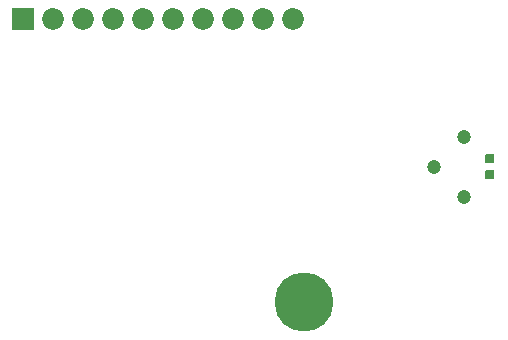
<source format=gbr>
%TF.GenerationSoftware,Altium Limited,Altium Designer,24.0.1 (36)*%
G04 Layer_Color=255*
%FSLAX45Y45*%
%MOMM*%
%TF.SameCoordinates,8AA56912-9505-4270-891B-A046144FA8B4*%
%TF.FilePolarity,Positive*%
%TF.FileFunction,Pads,Bot*%
%TF.Part,Single*%
G01*
G75*
%TA.AperFunction,ComponentPad*%
%ADD13C,5.00000*%
%ADD14C,1.85000*%
%ADD15R,1.85000X1.85000*%
%ADD16C,1.20000*%
%TA.AperFunction,SMDPad,CuDef*%
G04:AMPARAMS|DCode=18|XSize=0.762mm|YSize=0.762mm|CornerRadius=0.0381mm|HoleSize=0mm|Usage=FLASHONLY|Rotation=90.000|XOffset=0mm|YOffset=0mm|HoleType=Round|Shape=RoundedRectangle|*
%AMROUNDEDRECTD18*
21,1,0.76200,0.68580,0,0,90.0*
21,1,0.68580,0.76200,0,0,90.0*
1,1,0.07620,0.34290,0.34290*
1,1,0.07620,0.34290,-0.34290*
1,1,0.07620,-0.34290,-0.34290*
1,1,0.07620,-0.34290,0.34290*
%
%ADD18ROUNDEDRECTD18*%
D13*
X10400000Y6350000D02*
D03*
D14*
X10306000Y8750000D02*
D03*
X10052000D02*
D03*
X8782000D02*
D03*
X8528000D02*
D03*
X8274000D02*
D03*
X9036000D02*
D03*
X9290000D02*
D03*
X9544000D02*
D03*
X9798000D02*
D03*
D15*
X8020000D02*
D03*
D16*
X11500000Y7500000D02*
D03*
X11754000Y7246000D02*
D03*
Y7754000D02*
D03*
D18*
X11973435Y7564700D02*
D03*
Y7425000D02*
D03*
%TF.MD5,08fa6f38acb9927f30b201e30ccf48e4*%
M02*

</source>
